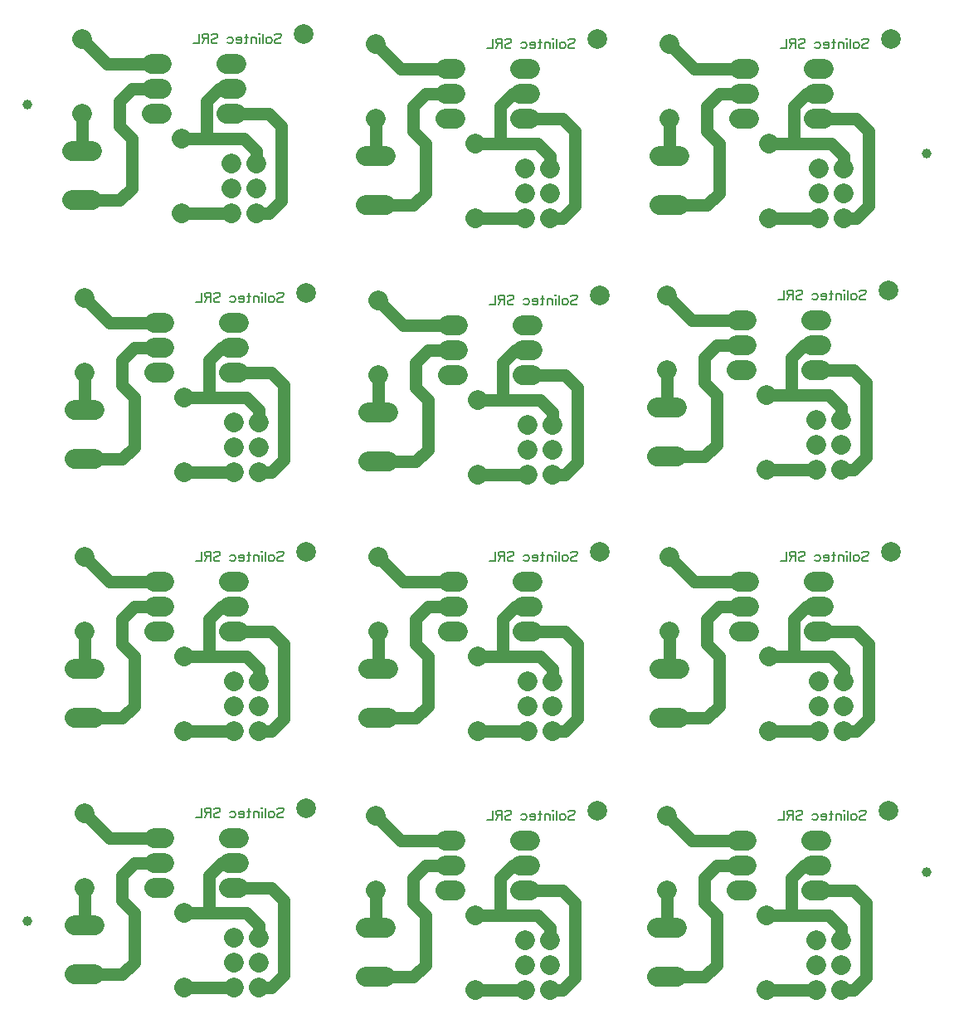
<source format=gbl>
G04 Layer: BottomLayer*
G04 EasyEDA v6.5.9, 2022-12-19 01:16:27*
G04 b9351db9c1bb4c489ec9b4c5568df8d6,5dd06754fdd742daa6fe38bf62b7df6b,10*
G04 Gerber Generator version 0.2*
G04 Scale: 100 percent, Rotated: No, Reflected: No *
G04 Dimensions in millimeters *
G04 leading zeros omitted , absolute positions ,4 integer and 5 decimal *
%FSLAX45Y45*%
%MOMM*%

%ADD10C,0.2000*%
%ADD11C,1.2700*%
%ADD12C,1.0000*%
%ADD13C,2.0000*%

%LPD*%
D10*
X2729344Y10121668D02*
G01*
X2738582Y10130904D01*
X2752435Y10135524D01*
X2770908Y10135524D01*
X2784764Y10130904D01*
X2794000Y10121668D01*
X2794000Y10112433D01*
X2789382Y10103195D01*
X2784764Y10098577D01*
X2775526Y10093960D01*
X2747817Y10084724D01*
X2738582Y10080104D01*
X2733964Y10075486D01*
X2729344Y10066251D01*
X2729344Y10052395D01*
X2738582Y10043160D01*
X2752435Y10038542D01*
X2770908Y10038542D01*
X2784764Y10043160D01*
X2794000Y10052395D01*
X2675775Y10103195D02*
G01*
X2685011Y10098577D01*
X2694246Y10089342D01*
X2698864Y10075486D01*
X2698864Y10066251D01*
X2694246Y10052395D01*
X2685011Y10043160D01*
X2675775Y10038542D01*
X2661920Y10038542D01*
X2652684Y10043160D01*
X2643446Y10052395D01*
X2638828Y10066251D01*
X2638828Y10075486D01*
X2643446Y10089342D01*
X2652684Y10098577D01*
X2661920Y10103195D01*
X2675775Y10103195D01*
X2608348Y10135524D02*
G01*
X2608348Y10038542D01*
X2577868Y10135524D02*
G01*
X2573251Y10130904D01*
X2568633Y10135524D01*
X2573251Y10140142D01*
X2577868Y10135524D01*
X2573251Y10103195D02*
G01*
X2573251Y10038542D01*
X2538153Y10103195D02*
G01*
X2538153Y10038542D01*
X2538153Y10084724D02*
G01*
X2524297Y10098577D01*
X2515062Y10103195D01*
X2501206Y10103195D01*
X2491971Y10098577D01*
X2487353Y10084724D01*
X2487353Y10038542D01*
X2443017Y10135524D02*
G01*
X2443017Y10057015D01*
X2438400Y10043160D01*
X2429164Y10038542D01*
X2419926Y10038542D01*
X2456873Y10103195D02*
G01*
X2424544Y10103195D01*
X2389446Y10075486D02*
G01*
X2334028Y10075486D01*
X2334028Y10084724D01*
X2338646Y10093960D01*
X2343264Y10098577D01*
X2352502Y10103195D01*
X2366355Y10103195D01*
X2375593Y10098577D01*
X2384828Y10089342D01*
X2389446Y10075486D01*
X2389446Y10066251D01*
X2384828Y10052395D01*
X2375593Y10043160D01*
X2366355Y10038542D01*
X2352502Y10038542D01*
X2343264Y10043160D01*
X2334028Y10052395D01*
X2248131Y10089342D02*
G01*
X2257366Y10098577D01*
X2266604Y10103195D01*
X2280457Y10103195D01*
X2289695Y10098577D01*
X2298931Y10089342D01*
X2303548Y10075486D01*
X2303548Y10066251D01*
X2298931Y10052395D01*
X2289695Y10043160D01*
X2280457Y10038542D01*
X2266604Y10038542D01*
X2257366Y10043160D01*
X2248131Y10052395D01*
X2081875Y10121668D02*
G01*
X2091113Y10130904D01*
X2104966Y10135524D01*
X2123440Y10135524D01*
X2137295Y10130904D01*
X2146531Y10121668D01*
X2146531Y10112433D01*
X2141913Y10103195D01*
X2137295Y10098577D01*
X2128057Y10093960D01*
X2100348Y10084724D01*
X2091113Y10080104D01*
X2086495Y10075486D01*
X2081875Y10066251D01*
X2081875Y10052395D01*
X2091113Y10043160D01*
X2104966Y10038542D01*
X2123440Y10038542D01*
X2137295Y10043160D01*
X2146531Y10052395D01*
X2051395Y10135524D02*
G01*
X2051395Y10038542D01*
X2051395Y10135524D02*
G01*
X2009833Y10135524D01*
X1995977Y10130904D01*
X1991360Y10126286D01*
X1986742Y10117051D01*
X1986742Y10107815D01*
X1991360Y10098577D01*
X1995977Y10093960D01*
X2009833Y10089342D01*
X2051395Y10089342D01*
X2019068Y10089342D02*
G01*
X1986742Y10038542D01*
X1956262Y10135524D02*
G01*
X1956262Y10038542D01*
X1956262Y10038542D02*
G01*
X1900844Y10038542D01*
X5726544Y10070868D02*
G01*
X5735782Y10080104D01*
X5749635Y10084724D01*
X5768108Y10084724D01*
X5781964Y10080104D01*
X5791200Y10070868D01*
X5791200Y10061633D01*
X5786582Y10052395D01*
X5781964Y10047777D01*
X5772726Y10043160D01*
X5745017Y10033924D01*
X5735782Y10029304D01*
X5731164Y10024686D01*
X5726544Y10015451D01*
X5726544Y10001595D01*
X5735782Y9992360D01*
X5749635Y9987742D01*
X5768108Y9987742D01*
X5781964Y9992360D01*
X5791200Y10001595D01*
X5672975Y10052395D02*
G01*
X5682211Y10047777D01*
X5691446Y10038542D01*
X5696064Y10024686D01*
X5696064Y10015451D01*
X5691446Y10001595D01*
X5682211Y9992360D01*
X5672975Y9987742D01*
X5659120Y9987742D01*
X5649884Y9992360D01*
X5640646Y10001595D01*
X5636028Y10015451D01*
X5636028Y10024686D01*
X5640646Y10038542D01*
X5649884Y10047777D01*
X5659120Y10052395D01*
X5672975Y10052395D01*
X5605548Y10084724D02*
G01*
X5605548Y9987742D01*
X5575068Y10084724D02*
G01*
X5570451Y10080104D01*
X5565833Y10084724D01*
X5570451Y10089342D01*
X5575068Y10084724D01*
X5570451Y10052395D02*
G01*
X5570451Y9987742D01*
X5535353Y10052395D02*
G01*
X5535353Y9987742D01*
X5535353Y10033924D02*
G01*
X5521497Y10047777D01*
X5512262Y10052395D01*
X5498406Y10052395D01*
X5489171Y10047777D01*
X5484553Y10033924D01*
X5484553Y9987742D01*
X5440217Y10084724D02*
G01*
X5440217Y10006215D01*
X5435600Y9992360D01*
X5426364Y9987742D01*
X5417126Y9987742D01*
X5454073Y10052395D02*
G01*
X5421744Y10052395D01*
X5386646Y10024686D02*
G01*
X5331228Y10024686D01*
X5331228Y10033924D01*
X5335846Y10043160D01*
X5340464Y10047777D01*
X5349702Y10052395D01*
X5363555Y10052395D01*
X5372793Y10047777D01*
X5382028Y10038542D01*
X5386646Y10024686D01*
X5386646Y10015451D01*
X5382028Y10001595D01*
X5372793Y9992360D01*
X5363555Y9987742D01*
X5349702Y9987742D01*
X5340464Y9992360D01*
X5331228Y10001595D01*
X5245331Y10038542D02*
G01*
X5254566Y10047777D01*
X5263804Y10052395D01*
X5277657Y10052395D01*
X5286895Y10047777D01*
X5296131Y10038542D01*
X5300748Y10024686D01*
X5300748Y10015451D01*
X5296131Y10001595D01*
X5286895Y9992360D01*
X5277657Y9987742D01*
X5263804Y9987742D01*
X5254566Y9992360D01*
X5245331Y10001595D01*
X5079075Y10070868D02*
G01*
X5088313Y10080104D01*
X5102166Y10084724D01*
X5120640Y10084724D01*
X5134495Y10080104D01*
X5143731Y10070868D01*
X5143731Y10061633D01*
X5139113Y10052395D01*
X5134495Y10047777D01*
X5125257Y10043160D01*
X5097548Y10033924D01*
X5088313Y10029304D01*
X5083695Y10024686D01*
X5079075Y10015451D01*
X5079075Y10001595D01*
X5088313Y9992360D01*
X5102166Y9987742D01*
X5120640Y9987742D01*
X5134495Y9992360D01*
X5143731Y10001595D01*
X5048595Y10084724D02*
G01*
X5048595Y9987742D01*
X5048595Y10084724D02*
G01*
X5007033Y10084724D01*
X4993177Y10080104D01*
X4988560Y10075486D01*
X4983942Y10066251D01*
X4983942Y10057015D01*
X4988560Y10047777D01*
X4993177Y10043160D01*
X5007033Y10038542D01*
X5048595Y10038542D01*
X5016268Y10038542D02*
G01*
X4983942Y9987742D01*
X4953462Y10084724D02*
G01*
X4953462Y9987742D01*
X4953462Y9987742D02*
G01*
X4898044Y9987742D01*
X8723744Y10070868D02*
G01*
X8732982Y10080104D01*
X8746835Y10084724D01*
X8765308Y10084724D01*
X8779164Y10080104D01*
X8788400Y10070868D01*
X8788400Y10061633D01*
X8783782Y10052395D01*
X8779164Y10047777D01*
X8769926Y10043160D01*
X8742217Y10033924D01*
X8732982Y10029304D01*
X8728364Y10024686D01*
X8723744Y10015451D01*
X8723744Y10001595D01*
X8732982Y9992360D01*
X8746835Y9987742D01*
X8765308Y9987742D01*
X8779164Y9992360D01*
X8788400Y10001595D01*
X8670175Y10052395D02*
G01*
X8679411Y10047777D01*
X8688646Y10038542D01*
X8693264Y10024686D01*
X8693264Y10015451D01*
X8688646Y10001595D01*
X8679411Y9992360D01*
X8670175Y9987742D01*
X8656320Y9987742D01*
X8647084Y9992360D01*
X8637846Y10001595D01*
X8633228Y10015451D01*
X8633228Y10024686D01*
X8637846Y10038542D01*
X8647084Y10047777D01*
X8656320Y10052395D01*
X8670175Y10052395D01*
X8602748Y10084724D02*
G01*
X8602748Y9987742D01*
X8572268Y10084724D02*
G01*
X8567651Y10080104D01*
X8563033Y10084724D01*
X8567651Y10089342D01*
X8572268Y10084724D01*
X8567651Y10052395D02*
G01*
X8567651Y9987742D01*
X8532553Y10052395D02*
G01*
X8532553Y9987742D01*
X8532553Y10033924D02*
G01*
X8518697Y10047777D01*
X8509462Y10052395D01*
X8495606Y10052395D01*
X8486371Y10047777D01*
X8481753Y10033924D01*
X8481753Y9987742D01*
X8437417Y10084724D02*
G01*
X8437417Y10006215D01*
X8432800Y9992360D01*
X8423564Y9987742D01*
X8414326Y9987742D01*
X8451273Y10052395D02*
G01*
X8418944Y10052395D01*
X8383846Y10024686D02*
G01*
X8328428Y10024686D01*
X8328428Y10033924D01*
X8333046Y10043160D01*
X8337664Y10047777D01*
X8346902Y10052395D01*
X8360755Y10052395D01*
X8369993Y10047777D01*
X8379228Y10038542D01*
X8383846Y10024686D01*
X8383846Y10015451D01*
X8379228Y10001595D01*
X8369993Y9992360D01*
X8360755Y9987742D01*
X8346902Y9987742D01*
X8337664Y9992360D01*
X8328428Y10001595D01*
X8242531Y10038542D02*
G01*
X8251766Y10047777D01*
X8261004Y10052395D01*
X8274857Y10052395D01*
X8284095Y10047777D01*
X8293331Y10038542D01*
X8297948Y10024686D01*
X8297948Y10015451D01*
X8293331Y10001595D01*
X8284095Y9992360D01*
X8274857Y9987742D01*
X8261004Y9987742D01*
X8251766Y9992360D01*
X8242531Y10001595D01*
X8076275Y10070868D02*
G01*
X8085513Y10080104D01*
X8099366Y10084724D01*
X8117840Y10084724D01*
X8131695Y10080104D01*
X8140931Y10070868D01*
X8140931Y10061633D01*
X8136313Y10052395D01*
X8131695Y10047777D01*
X8122457Y10043160D01*
X8094748Y10033924D01*
X8085513Y10029304D01*
X8080895Y10024686D01*
X8076275Y10015451D01*
X8076275Y10001595D01*
X8085513Y9992360D01*
X8099366Y9987742D01*
X8117840Y9987742D01*
X8131695Y9992360D01*
X8140931Y10001595D01*
X8045795Y10084724D02*
G01*
X8045795Y9987742D01*
X8045795Y10084724D02*
G01*
X8004233Y10084724D01*
X7990377Y10080104D01*
X7985759Y10075486D01*
X7981142Y10066251D01*
X7981142Y10057015D01*
X7985759Y10047777D01*
X7990377Y10043160D01*
X8004233Y10038542D01*
X8045795Y10038542D01*
X8013468Y10038542D02*
G01*
X7981142Y9987742D01*
X7950662Y10084724D02*
G01*
X7950662Y9987742D01*
X7950662Y9987742D02*
G01*
X7895244Y9987742D01*
X8698344Y7505468D02*
G01*
X8707582Y7514704D01*
X8721435Y7519324D01*
X8739908Y7519324D01*
X8753764Y7514704D01*
X8763000Y7505468D01*
X8763000Y7496233D01*
X8758382Y7486995D01*
X8753764Y7482377D01*
X8744526Y7477759D01*
X8716817Y7468524D01*
X8707582Y7463904D01*
X8702964Y7459286D01*
X8698344Y7450051D01*
X8698344Y7436195D01*
X8707582Y7426959D01*
X8721435Y7422342D01*
X8739908Y7422342D01*
X8753764Y7426959D01*
X8763000Y7436195D01*
X8644775Y7486995D02*
G01*
X8654011Y7482377D01*
X8663246Y7473142D01*
X8667864Y7459286D01*
X8667864Y7450051D01*
X8663246Y7436195D01*
X8654011Y7426959D01*
X8644775Y7422342D01*
X8630920Y7422342D01*
X8621684Y7426959D01*
X8612446Y7436195D01*
X8607828Y7450051D01*
X8607828Y7459286D01*
X8612446Y7473142D01*
X8621684Y7482377D01*
X8630920Y7486995D01*
X8644775Y7486995D01*
X8577348Y7519324D02*
G01*
X8577348Y7422342D01*
X8546868Y7519324D02*
G01*
X8542251Y7514704D01*
X8537633Y7519324D01*
X8542251Y7523942D01*
X8546868Y7519324D01*
X8542251Y7486995D02*
G01*
X8542251Y7422342D01*
X8507153Y7486995D02*
G01*
X8507153Y7422342D01*
X8507153Y7468524D02*
G01*
X8493297Y7482377D01*
X8484062Y7486995D01*
X8470206Y7486995D01*
X8460971Y7482377D01*
X8456353Y7468524D01*
X8456353Y7422342D01*
X8412017Y7519324D02*
G01*
X8412017Y7440815D01*
X8407400Y7426959D01*
X8398164Y7422342D01*
X8388926Y7422342D01*
X8425873Y7486995D02*
G01*
X8393544Y7486995D01*
X8358446Y7459286D02*
G01*
X8303028Y7459286D01*
X8303028Y7468524D01*
X8307646Y7477759D01*
X8312264Y7482377D01*
X8321502Y7486995D01*
X8335355Y7486995D01*
X8344593Y7482377D01*
X8353828Y7473142D01*
X8358446Y7459286D01*
X8358446Y7450051D01*
X8353828Y7436195D01*
X8344593Y7426959D01*
X8335355Y7422342D01*
X8321502Y7422342D01*
X8312264Y7426959D01*
X8303028Y7436195D01*
X8217131Y7473142D02*
G01*
X8226366Y7482377D01*
X8235604Y7486995D01*
X8249457Y7486995D01*
X8258695Y7482377D01*
X8267931Y7473142D01*
X8272548Y7459286D01*
X8272548Y7450051D01*
X8267931Y7436195D01*
X8258695Y7426959D01*
X8249457Y7422342D01*
X8235604Y7422342D01*
X8226366Y7426959D01*
X8217131Y7436195D01*
X8050875Y7505468D02*
G01*
X8060113Y7514704D01*
X8073966Y7519324D01*
X8092440Y7519324D01*
X8106295Y7514704D01*
X8115531Y7505468D01*
X8115531Y7496233D01*
X8110913Y7486995D01*
X8106295Y7482377D01*
X8097057Y7477759D01*
X8069348Y7468524D01*
X8060113Y7463904D01*
X8055495Y7459286D01*
X8050875Y7450051D01*
X8050875Y7436195D01*
X8060113Y7426959D01*
X8073966Y7422342D01*
X8092440Y7422342D01*
X8106295Y7426959D01*
X8115531Y7436195D01*
X8020395Y7519324D02*
G01*
X8020395Y7422342D01*
X8020395Y7519324D02*
G01*
X7978833Y7519324D01*
X7964977Y7514704D01*
X7960359Y7510086D01*
X7955742Y7500851D01*
X7955742Y7491615D01*
X7960359Y7482377D01*
X7964977Y7477759D01*
X7978833Y7473142D01*
X8020395Y7473142D01*
X7988068Y7473142D02*
G01*
X7955742Y7422342D01*
X7925262Y7519324D02*
G01*
X7925262Y7422342D01*
X7925262Y7422342D02*
G01*
X7869844Y7422342D01*
X5751944Y7454668D02*
G01*
X5761182Y7463904D01*
X5775035Y7468524D01*
X5793508Y7468524D01*
X5807364Y7463904D01*
X5816600Y7454668D01*
X5816600Y7445433D01*
X5811982Y7436195D01*
X5807364Y7431577D01*
X5798126Y7426959D01*
X5770417Y7417724D01*
X5761182Y7413104D01*
X5756564Y7408486D01*
X5751944Y7399251D01*
X5751944Y7385395D01*
X5761182Y7376159D01*
X5775035Y7371542D01*
X5793508Y7371542D01*
X5807364Y7376159D01*
X5816600Y7385395D01*
X5698375Y7436195D02*
G01*
X5707611Y7431577D01*
X5716846Y7422342D01*
X5721464Y7408486D01*
X5721464Y7399251D01*
X5716846Y7385395D01*
X5707611Y7376159D01*
X5698375Y7371542D01*
X5684520Y7371542D01*
X5675284Y7376159D01*
X5666046Y7385395D01*
X5661428Y7399251D01*
X5661428Y7408486D01*
X5666046Y7422342D01*
X5675284Y7431577D01*
X5684520Y7436195D01*
X5698375Y7436195D01*
X5630948Y7468524D02*
G01*
X5630948Y7371542D01*
X5600468Y7468524D02*
G01*
X5595851Y7463904D01*
X5591233Y7468524D01*
X5595851Y7473142D01*
X5600468Y7468524D01*
X5595851Y7436195D02*
G01*
X5595851Y7371542D01*
X5560753Y7436195D02*
G01*
X5560753Y7371542D01*
X5560753Y7417724D02*
G01*
X5546897Y7431577D01*
X5537662Y7436195D01*
X5523806Y7436195D01*
X5514571Y7431577D01*
X5509953Y7417724D01*
X5509953Y7371542D01*
X5465617Y7468524D02*
G01*
X5465617Y7390015D01*
X5461000Y7376159D01*
X5451764Y7371542D01*
X5442526Y7371542D01*
X5479473Y7436195D02*
G01*
X5447144Y7436195D01*
X5412046Y7408486D02*
G01*
X5356628Y7408486D01*
X5356628Y7417724D01*
X5361246Y7426959D01*
X5365864Y7431577D01*
X5375102Y7436195D01*
X5388955Y7436195D01*
X5398193Y7431577D01*
X5407428Y7422342D01*
X5412046Y7408486D01*
X5412046Y7399251D01*
X5407428Y7385395D01*
X5398193Y7376159D01*
X5388955Y7371542D01*
X5375102Y7371542D01*
X5365864Y7376159D01*
X5356628Y7385395D01*
X5270731Y7422342D02*
G01*
X5279966Y7431577D01*
X5289204Y7436195D01*
X5303057Y7436195D01*
X5312295Y7431577D01*
X5321531Y7422342D01*
X5326148Y7408486D01*
X5326148Y7399251D01*
X5321531Y7385395D01*
X5312295Y7376159D01*
X5303057Y7371542D01*
X5289204Y7371542D01*
X5279966Y7376159D01*
X5270731Y7385395D01*
X5104475Y7454668D02*
G01*
X5113713Y7463904D01*
X5127566Y7468524D01*
X5146040Y7468524D01*
X5159895Y7463904D01*
X5169131Y7454668D01*
X5169131Y7445433D01*
X5164513Y7436195D01*
X5159895Y7431577D01*
X5150657Y7426959D01*
X5122948Y7417724D01*
X5113713Y7413104D01*
X5109095Y7408486D01*
X5104475Y7399251D01*
X5104475Y7385395D01*
X5113713Y7376159D01*
X5127566Y7371542D01*
X5146040Y7371542D01*
X5159895Y7376159D01*
X5169131Y7385395D01*
X5073995Y7468524D02*
G01*
X5073995Y7371542D01*
X5073995Y7468524D02*
G01*
X5032433Y7468524D01*
X5018577Y7463904D01*
X5013960Y7459286D01*
X5009342Y7450051D01*
X5009342Y7440815D01*
X5013960Y7431577D01*
X5018577Y7426959D01*
X5032433Y7422342D01*
X5073995Y7422342D01*
X5041668Y7422342D02*
G01*
X5009342Y7371542D01*
X4978862Y7468524D02*
G01*
X4978862Y7371542D01*
X4978862Y7371542D02*
G01*
X4923444Y7371542D01*
X2754744Y7480068D02*
G01*
X2763982Y7489304D01*
X2777835Y7493924D01*
X2796308Y7493924D01*
X2810164Y7489304D01*
X2819400Y7480068D01*
X2819400Y7470833D01*
X2814782Y7461595D01*
X2810164Y7456977D01*
X2800926Y7452359D01*
X2773217Y7443124D01*
X2763982Y7438504D01*
X2759364Y7433886D01*
X2754744Y7424651D01*
X2754744Y7410795D01*
X2763982Y7401559D01*
X2777835Y7396942D01*
X2796308Y7396942D01*
X2810164Y7401559D01*
X2819400Y7410795D01*
X2701175Y7461595D02*
G01*
X2710411Y7456977D01*
X2719646Y7447742D01*
X2724264Y7433886D01*
X2724264Y7424651D01*
X2719646Y7410795D01*
X2710411Y7401559D01*
X2701175Y7396942D01*
X2687320Y7396942D01*
X2678084Y7401559D01*
X2668846Y7410795D01*
X2664228Y7424651D01*
X2664228Y7433886D01*
X2668846Y7447742D01*
X2678084Y7456977D01*
X2687320Y7461595D01*
X2701175Y7461595D01*
X2633748Y7493924D02*
G01*
X2633748Y7396942D01*
X2603268Y7493924D02*
G01*
X2598651Y7489304D01*
X2594033Y7493924D01*
X2598651Y7498542D01*
X2603268Y7493924D01*
X2598651Y7461595D02*
G01*
X2598651Y7396942D01*
X2563553Y7461595D02*
G01*
X2563553Y7396942D01*
X2563553Y7443124D02*
G01*
X2549697Y7456977D01*
X2540462Y7461595D01*
X2526606Y7461595D01*
X2517371Y7456977D01*
X2512753Y7443124D01*
X2512753Y7396942D01*
X2468417Y7493924D02*
G01*
X2468417Y7415415D01*
X2463800Y7401559D01*
X2454564Y7396942D01*
X2445326Y7396942D01*
X2482273Y7461595D02*
G01*
X2449944Y7461595D01*
X2414846Y7433886D02*
G01*
X2359428Y7433886D01*
X2359428Y7443124D01*
X2364046Y7452359D01*
X2368664Y7456977D01*
X2377902Y7461595D01*
X2391755Y7461595D01*
X2400993Y7456977D01*
X2410228Y7447742D01*
X2414846Y7433886D01*
X2414846Y7424651D01*
X2410228Y7410795D01*
X2400993Y7401559D01*
X2391755Y7396942D01*
X2377902Y7396942D01*
X2368664Y7401559D01*
X2359428Y7410795D01*
X2273531Y7447742D02*
G01*
X2282766Y7456977D01*
X2292004Y7461595D01*
X2305857Y7461595D01*
X2315095Y7456977D01*
X2324331Y7447742D01*
X2328948Y7433886D01*
X2328948Y7424651D01*
X2324331Y7410795D01*
X2315095Y7401559D01*
X2305857Y7396942D01*
X2292004Y7396942D01*
X2282766Y7401559D01*
X2273531Y7410795D01*
X2107275Y7480068D02*
G01*
X2116513Y7489304D01*
X2130366Y7493924D01*
X2148840Y7493924D01*
X2162695Y7489304D01*
X2171931Y7480068D01*
X2171931Y7470833D01*
X2167313Y7461595D01*
X2162695Y7456977D01*
X2153457Y7452359D01*
X2125748Y7443124D01*
X2116513Y7438504D01*
X2111895Y7433886D01*
X2107275Y7424651D01*
X2107275Y7410795D01*
X2116513Y7401559D01*
X2130366Y7396942D01*
X2148840Y7396942D01*
X2162695Y7401559D01*
X2171931Y7410795D01*
X2076795Y7493924D02*
G01*
X2076795Y7396942D01*
X2076795Y7493924D02*
G01*
X2035233Y7493924D01*
X2021377Y7489304D01*
X2016760Y7484686D01*
X2012142Y7475451D01*
X2012142Y7466215D01*
X2016760Y7456977D01*
X2021377Y7452359D01*
X2035233Y7447742D01*
X2076795Y7447742D01*
X2044468Y7447742D02*
G01*
X2012142Y7396942D01*
X1981662Y7493924D02*
G01*
X1981662Y7396942D01*
X1981662Y7396942D02*
G01*
X1926244Y7396942D01*
X2754744Y4838468D02*
G01*
X2763982Y4847704D01*
X2777835Y4852324D01*
X2796308Y4852324D01*
X2810164Y4847704D01*
X2819400Y4838468D01*
X2819400Y4829233D01*
X2814782Y4819995D01*
X2810164Y4815377D01*
X2800926Y4810760D01*
X2773217Y4801524D01*
X2763982Y4796904D01*
X2759364Y4792286D01*
X2754744Y4783051D01*
X2754744Y4769195D01*
X2763982Y4759960D01*
X2777835Y4755342D01*
X2796308Y4755342D01*
X2810164Y4759960D01*
X2819400Y4769195D01*
X2701175Y4819995D02*
G01*
X2710411Y4815377D01*
X2719646Y4806142D01*
X2724264Y4792286D01*
X2724264Y4783051D01*
X2719646Y4769195D01*
X2710411Y4759960D01*
X2701175Y4755342D01*
X2687320Y4755342D01*
X2678084Y4759960D01*
X2668846Y4769195D01*
X2664228Y4783051D01*
X2664228Y4792286D01*
X2668846Y4806142D01*
X2678084Y4815377D01*
X2687320Y4819995D01*
X2701175Y4819995D01*
X2633748Y4852324D02*
G01*
X2633748Y4755342D01*
X2603268Y4852324D02*
G01*
X2598651Y4847704D01*
X2594033Y4852324D01*
X2598651Y4856942D01*
X2603268Y4852324D01*
X2598651Y4819995D02*
G01*
X2598651Y4755342D01*
X2563553Y4819995D02*
G01*
X2563553Y4755342D01*
X2563553Y4801524D02*
G01*
X2549697Y4815377D01*
X2540462Y4819995D01*
X2526606Y4819995D01*
X2517371Y4815377D01*
X2512753Y4801524D01*
X2512753Y4755342D01*
X2468417Y4852324D02*
G01*
X2468417Y4773815D01*
X2463800Y4759960D01*
X2454564Y4755342D01*
X2445326Y4755342D01*
X2482273Y4819995D02*
G01*
X2449944Y4819995D01*
X2414846Y4792286D02*
G01*
X2359428Y4792286D01*
X2359428Y4801524D01*
X2364046Y4810760D01*
X2368664Y4815377D01*
X2377902Y4819995D01*
X2391755Y4819995D01*
X2400993Y4815377D01*
X2410228Y4806142D01*
X2414846Y4792286D01*
X2414846Y4783051D01*
X2410228Y4769195D01*
X2400993Y4759960D01*
X2391755Y4755342D01*
X2377902Y4755342D01*
X2368664Y4759960D01*
X2359428Y4769195D01*
X2273531Y4806142D02*
G01*
X2282766Y4815377D01*
X2292004Y4819995D01*
X2305857Y4819995D01*
X2315095Y4815377D01*
X2324331Y4806142D01*
X2328948Y4792286D01*
X2328948Y4783051D01*
X2324331Y4769195D01*
X2315095Y4759960D01*
X2305857Y4755342D01*
X2292004Y4755342D01*
X2282766Y4759960D01*
X2273531Y4769195D01*
X2107275Y4838468D02*
G01*
X2116513Y4847704D01*
X2130366Y4852324D01*
X2148840Y4852324D01*
X2162695Y4847704D01*
X2171931Y4838468D01*
X2171931Y4829233D01*
X2167313Y4819995D01*
X2162695Y4815377D01*
X2153457Y4810760D01*
X2125748Y4801524D01*
X2116513Y4796904D01*
X2111895Y4792286D01*
X2107275Y4783051D01*
X2107275Y4769195D01*
X2116513Y4759960D01*
X2130366Y4755342D01*
X2148840Y4755342D01*
X2162695Y4759960D01*
X2171931Y4769195D01*
X2076795Y4852324D02*
G01*
X2076795Y4755342D01*
X2076795Y4852324D02*
G01*
X2035233Y4852324D01*
X2021377Y4847704D01*
X2016760Y4843086D01*
X2012142Y4833851D01*
X2012142Y4824615D01*
X2016760Y4815377D01*
X2021377Y4810760D01*
X2035233Y4806142D01*
X2076795Y4806142D01*
X2044468Y4806142D02*
G01*
X2012142Y4755342D01*
X1981662Y4852324D02*
G01*
X1981662Y4755342D01*
X1981662Y4755342D02*
G01*
X1926244Y4755342D01*
X5751944Y4838468D02*
G01*
X5761182Y4847704D01*
X5775035Y4852324D01*
X5793508Y4852324D01*
X5807364Y4847704D01*
X5816600Y4838468D01*
X5816600Y4829233D01*
X5811982Y4819995D01*
X5807364Y4815377D01*
X5798126Y4810760D01*
X5770417Y4801524D01*
X5761182Y4796904D01*
X5756564Y4792286D01*
X5751944Y4783051D01*
X5751944Y4769195D01*
X5761182Y4759960D01*
X5775035Y4755342D01*
X5793508Y4755342D01*
X5807364Y4759960D01*
X5816600Y4769195D01*
X5698375Y4819995D02*
G01*
X5707611Y4815377D01*
X5716846Y4806142D01*
X5721464Y4792286D01*
X5721464Y4783051D01*
X5716846Y4769195D01*
X5707611Y4759960D01*
X5698375Y4755342D01*
X5684520Y4755342D01*
X5675284Y4759960D01*
X5666046Y4769195D01*
X5661428Y4783051D01*
X5661428Y4792286D01*
X5666046Y4806142D01*
X5675284Y4815377D01*
X5684520Y4819995D01*
X5698375Y4819995D01*
X5630948Y4852324D02*
G01*
X5630948Y4755342D01*
X5600468Y4852324D02*
G01*
X5595851Y4847704D01*
X5591233Y4852324D01*
X5595851Y4856942D01*
X5600468Y4852324D01*
X5595851Y4819995D02*
G01*
X5595851Y4755342D01*
X5560753Y4819995D02*
G01*
X5560753Y4755342D01*
X5560753Y4801524D02*
G01*
X5546897Y4815377D01*
X5537662Y4819995D01*
X5523806Y4819995D01*
X5514571Y4815377D01*
X5509953Y4801524D01*
X5509953Y4755342D01*
X5465617Y4852324D02*
G01*
X5465617Y4773815D01*
X5461000Y4759960D01*
X5451764Y4755342D01*
X5442526Y4755342D01*
X5479473Y4819995D02*
G01*
X5447144Y4819995D01*
X5412046Y4792286D02*
G01*
X5356628Y4792286D01*
X5356628Y4801524D01*
X5361246Y4810760D01*
X5365864Y4815377D01*
X5375102Y4819995D01*
X5388955Y4819995D01*
X5398193Y4815377D01*
X5407428Y4806142D01*
X5412046Y4792286D01*
X5412046Y4783051D01*
X5407428Y4769195D01*
X5398193Y4759960D01*
X5388955Y4755342D01*
X5375102Y4755342D01*
X5365864Y4759960D01*
X5356628Y4769195D01*
X5270731Y4806142D02*
G01*
X5279966Y4815377D01*
X5289204Y4819995D01*
X5303057Y4819995D01*
X5312295Y4815377D01*
X5321531Y4806142D01*
X5326148Y4792286D01*
X5326148Y4783051D01*
X5321531Y4769195D01*
X5312295Y4759960D01*
X5303057Y4755342D01*
X5289204Y4755342D01*
X5279966Y4759960D01*
X5270731Y4769195D01*
X5104475Y4838468D02*
G01*
X5113713Y4847704D01*
X5127566Y4852324D01*
X5146040Y4852324D01*
X5159895Y4847704D01*
X5169131Y4838468D01*
X5169131Y4829233D01*
X5164513Y4819995D01*
X5159895Y4815377D01*
X5150657Y4810760D01*
X5122948Y4801524D01*
X5113713Y4796904D01*
X5109095Y4792286D01*
X5104475Y4783051D01*
X5104475Y4769195D01*
X5113713Y4759960D01*
X5127566Y4755342D01*
X5146040Y4755342D01*
X5159895Y4759960D01*
X5169131Y4769195D01*
X5073995Y4852324D02*
G01*
X5073995Y4755342D01*
X5073995Y4852324D02*
G01*
X5032433Y4852324D01*
X5018577Y4847704D01*
X5013960Y4843086D01*
X5009342Y4833851D01*
X5009342Y4824615D01*
X5013960Y4815377D01*
X5018577Y4810760D01*
X5032433Y4806142D01*
X5073995Y4806142D01*
X5041668Y4806142D02*
G01*
X5009342Y4755342D01*
X4978862Y4852324D02*
G01*
X4978862Y4755342D01*
X4978862Y4755342D02*
G01*
X4923444Y4755342D01*
X8723744Y4838468D02*
G01*
X8732982Y4847704D01*
X8746835Y4852324D01*
X8765308Y4852324D01*
X8779164Y4847704D01*
X8788400Y4838468D01*
X8788400Y4829233D01*
X8783782Y4819995D01*
X8779164Y4815377D01*
X8769926Y4810760D01*
X8742217Y4801524D01*
X8732982Y4796904D01*
X8728364Y4792286D01*
X8723744Y4783051D01*
X8723744Y4769195D01*
X8732982Y4759960D01*
X8746835Y4755342D01*
X8765308Y4755342D01*
X8779164Y4759960D01*
X8788400Y4769195D01*
X8670175Y4819995D02*
G01*
X8679411Y4815377D01*
X8688646Y4806142D01*
X8693264Y4792286D01*
X8693264Y4783051D01*
X8688646Y4769195D01*
X8679411Y4759960D01*
X8670175Y4755342D01*
X8656320Y4755342D01*
X8647084Y4759960D01*
X8637846Y4769195D01*
X8633228Y4783051D01*
X8633228Y4792286D01*
X8637846Y4806142D01*
X8647084Y4815377D01*
X8656320Y4819995D01*
X8670175Y4819995D01*
X8602748Y4852324D02*
G01*
X8602748Y4755342D01*
X8572268Y4852324D02*
G01*
X8567651Y4847704D01*
X8563033Y4852324D01*
X8567651Y4856942D01*
X8572268Y4852324D01*
X8567651Y4819995D02*
G01*
X8567651Y4755342D01*
X8532553Y4819995D02*
G01*
X8532553Y4755342D01*
X8532553Y4801524D02*
G01*
X8518697Y4815377D01*
X8509462Y4819995D01*
X8495606Y4819995D01*
X8486371Y4815377D01*
X8481753Y4801524D01*
X8481753Y4755342D01*
X8437417Y4852324D02*
G01*
X8437417Y4773815D01*
X8432800Y4759960D01*
X8423564Y4755342D01*
X8414326Y4755342D01*
X8451273Y4819995D02*
G01*
X8418944Y4819995D01*
X8383846Y4792286D02*
G01*
X8328428Y4792286D01*
X8328428Y4801524D01*
X8333046Y4810760D01*
X8337664Y4815377D01*
X8346902Y4819995D01*
X8360755Y4819995D01*
X8369993Y4815377D01*
X8379228Y4806142D01*
X8383846Y4792286D01*
X8383846Y4783051D01*
X8379228Y4769195D01*
X8369993Y4759960D01*
X8360755Y4755342D01*
X8346902Y4755342D01*
X8337664Y4759960D01*
X8328428Y4769195D01*
X8242531Y4806142D02*
G01*
X8251766Y4815377D01*
X8261004Y4819995D01*
X8274857Y4819995D01*
X8284095Y4815377D01*
X8293331Y4806142D01*
X8297948Y4792286D01*
X8297948Y4783051D01*
X8293331Y4769195D01*
X8284095Y4759960D01*
X8274857Y4755342D01*
X8261004Y4755342D01*
X8251766Y4759960D01*
X8242531Y4769195D01*
X8076275Y4838468D02*
G01*
X8085513Y4847704D01*
X8099366Y4852324D01*
X8117840Y4852324D01*
X8131695Y4847704D01*
X8140931Y4838468D01*
X8140931Y4829233D01*
X8136313Y4819995D01*
X8131695Y4815377D01*
X8122457Y4810760D01*
X8094748Y4801524D01*
X8085513Y4796904D01*
X8080895Y4792286D01*
X8076275Y4783051D01*
X8076275Y4769195D01*
X8085513Y4759960D01*
X8099366Y4755342D01*
X8117840Y4755342D01*
X8131695Y4759960D01*
X8140931Y4769195D01*
X8045795Y4852324D02*
G01*
X8045795Y4755342D01*
X8045795Y4852324D02*
G01*
X8004233Y4852324D01*
X7990377Y4847704D01*
X7985759Y4843086D01*
X7981142Y4833851D01*
X7981142Y4824615D01*
X7985759Y4815377D01*
X7990377Y4810760D01*
X8004233Y4806142D01*
X8045795Y4806142D01*
X8013468Y4806142D02*
G01*
X7981142Y4755342D01*
X7950662Y4852324D02*
G01*
X7950662Y4755342D01*
X7950662Y4755342D02*
G01*
X7895244Y4755342D01*
X8698344Y2196868D02*
G01*
X8707582Y2206104D01*
X8721435Y2210724D01*
X8739908Y2210724D01*
X8753764Y2206104D01*
X8763000Y2196868D01*
X8763000Y2187633D01*
X8758382Y2178395D01*
X8753764Y2173777D01*
X8744526Y2169160D01*
X8716817Y2159924D01*
X8707582Y2155304D01*
X8702964Y2150686D01*
X8698344Y2141451D01*
X8698344Y2127595D01*
X8707582Y2118360D01*
X8721435Y2113742D01*
X8739908Y2113742D01*
X8753764Y2118360D01*
X8763000Y2127595D01*
X8644775Y2178395D02*
G01*
X8654011Y2173777D01*
X8663246Y2164542D01*
X8667864Y2150686D01*
X8667864Y2141451D01*
X8663246Y2127595D01*
X8654011Y2118360D01*
X8644775Y2113742D01*
X8630920Y2113742D01*
X8621684Y2118360D01*
X8612446Y2127595D01*
X8607828Y2141451D01*
X8607828Y2150686D01*
X8612446Y2164542D01*
X8621684Y2173777D01*
X8630920Y2178395D01*
X8644775Y2178395D01*
X8577348Y2210724D02*
G01*
X8577348Y2113742D01*
X8546868Y2210724D02*
G01*
X8542251Y2206104D01*
X8537633Y2210724D01*
X8542251Y2215342D01*
X8546868Y2210724D01*
X8542251Y2178395D02*
G01*
X8542251Y2113742D01*
X8507153Y2178395D02*
G01*
X8507153Y2113742D01*
X8507153Y2159924D02*
G01*
X8493297Y2173777D01*
X8484062Y2178395D01*
X8470206Y2178395D01*
X8460971Y2173777D01*
X8456353Y2159924D01*
X8456353Y2113742D01*
X8412017Y2210724D02*
G01*
X8412017Y2132215D01*
X8407400Y2118360D01*
X8398164Y2113742D01*
X8388926Y2113742D01*
X8425873Y2178395D02*
G01*
X8393544Y2178395D01*
X8358446Y2150686D02*
G01*
X8303028Y2150686D01*
X8303028Y2159924D01*
X8307646Y2169160D01*
X8312264Y2173777D01*
X8321502Y2178395D01*
X8335355Y2178395D01*
X8344593Y2173777D01*
X8353828Y2164542D01*
X8358446Y2150686D01*
X8358446Y2141451D01*
X8353828Y2127595D01*
X8344593Y2118360D01*
X8335355Y2113742D01*
X8321502Y2113742D01*
X8312264Y2118360D01*
X8303028Y2127595D01*
X8217131Y2164542D02*
G01*
X8226366Y2173777D01*
X8235604Y2178395D01*
X8249457Y2178395D01*
X8258695Y2173777D01*
X8267931Y2164542D01*
X8272548Y2150686D01*
X8272548Y2141451D01*
X8267931Y2127595D01*
X8258695Y2118360D01*
X8249457Y2113742D01*
X8235604Y2113742D01*
X8226366Y2118360D01*
X8217131Y2127595D01*
X8050875Y2196868D02*
G01*
X8060113Y2206104D01*
X8073966Y2210724D01*
X8092440Y2210724D01*
X8106295Y2206104D01*
X8115531Y2196868D01*
X8115531Y2187633D01*
X8110913Y2178395D01*
X8106295Y2173777D01*
X8097057Y2169160D01*
X8069348Y2159924D01*
X8060113Y2155304D01*
X8055495Y2150686D01*
X8050875Y2141451D01*
X8050875Y2127595D01*
X8060113Y2118360D01*
X8073966Y2113742D01*
X8092440Y2113742D01*
X8106295Y2118360D01*
X8115531Y2127595D01*
X8020395Y2210724D02*
G01*
X8020395Y2113742D01*
X8020395Y2210724D02*
G01*
X7978833Y2210724D01*
X7964977Y2206104D01*
X7960359Y2201486D01*
X7955742Y2192251D01*
X7955742Y2183015D01*
X7960359Y2173777D01*
X7964977Y2169160D01*
X7978833Y2164542D01*
X8020395Y2164542D01*
X7988068Y2164542D02*
G01*
X7955742Y2113742D01*
X7925262Y2210724D02*
G01*
X7925262Y2113742D01*
X7925262Y2113742D02*
G01*
X7869844Y2113742D01*
X5726544Y2196868D02*
G01*
X5735782Y2206104D01*
X5749635Y2210724D01*
X5768108Y2210724D01*
X5781964Y2206104D01*
X5791200Y2196868D01*
X5791200Y2187633D01*
X5786582Y2178395D01*
X5781964Y2173777D01*
X5772726Y2169160D01*
X5745017Y2159924D01*
X5735782Y2155304D01*
X5731164Y2150686D01*
X5726544Y2141451D01*
X5726544Y2127595D01*
X5735782Y2118360D01*
X5749635Y2113742D01*
X5768108Y2113742D01*
X5781964Y2118360D01*
X5791200Y2127595D01*
X5672975Y2178395D02*
G01*
X5682211Y2173777D01*
X5691446Y2164542D01*
X5696064Y2150686D01*
X5696064Y2141451D01*
X5691446Y2127595D01*
X5682211Y2118360D01*
X5672975Y2113742D01*
X5659120Y2113742D01*
X5649884Y2118360D01*
X5640646Y2127595D01*
X5636028Y2141451D01*
X5636028Y2150686D01*
X5640646Y2164542D01*
X5649884Y2173777D01*
X5659120Y2178395D01*
X5672975Y2178395D01*
X5605548Y2210724D02*
G01*
X5605548Y2113742D01*
X5575068Y2210724D02*
G01*
X5570451Y2206104D01*
X5565833Y2210724D01*
X5570451Y2215342D01*
X5575068Y2210724D01*
X5570451Y2178395D02*
G01*
X5570451Y2113742D01*
X5535353Y2178395D02*
G01*
X5535353Y2113742D01*
X5535353Y2159924D02*
G01*
X5521497Y2173777D01*
X5512262Y2178395D01*
X5498406Y2178395D01*
X5489171Y2173777D01*
X5484553Y2159924D01*
X5484553Y2113742D01*
X5440217Y2210724D02*
G01*
X5440217Y2132215D01*
X5435600Y2118360D01*
X5426364Y2113742D01*
X5417126Y2113742D01*
X5454073Y2178395D02*
G01*
X5421744Y2178395D01*
X5386646Y2150686D02*
G01*
X5331228Y2150686D01*
X5331228Y2159924D01*
X5335846Y2169160D01*
X5340464Y2173777D01*
X5349702Y2178395D01*
X5363555Y2178395D01*
X5372793Y2173777D01*
X5382028Y2164542D01*
X5386646Y2150686D01*
X5386646Y2141451D01*
X5382028Y2127595D01*
X5372793Y2118360D01*
X5363555Y2113742D01*
X5349702Y2113742D01*
X5340464Y2118360D01*
X5331228Y2127595D01*
X5245331Y2164542D02*
G01*
X5254566Y2173777D01*
X5263804Y2178395D01*
X5277657Y2178395D01*
X5286895Y2173777D01*
X5296131Y2164542D01*
X5300748Y2150686D01*
X5300748Y2141451D01*
X5296131Y2127595D01*
X5286895Y2118360D01*
X5277657Y2113742D01*
X5263804Y2113742D01*
X5254566Y2118360D01*
X5245331Y2127595D01*
X5079075Y2196868D02*
G01*
X5088313Y2206104D01*
X5102166Y2210724D01*
X5120640Y2210724D01*
X5134495Y2206104D01*
X5143731Y2196868D01*
X5143731Y2187633D01*
X5139113Y2178395D01*
X5134495Y2173777D01*
X5125257Y2169160D01*
X5097548Y2159924D01*
X5088313Y2155304D01*
X5083695Y2150686D01*
X5079075Y2141451D01*
X5079075Y2127595D01*
X5088313Y2118360D01*
X5102166Y2113742D01*
X5120640Y2113742D01*
X5134495Y2118360D01*
X5143731Y2127595D01*
X5048595Y2210724D02*
G01*
X5048595Y2113742D01*
X5048595Y2210724D02*
G01*
X5007033Y2210724D01*
X4993177Y2206104D01*
X4988560Y2201486D01*
X4983942Y2192251D01*
X4983942Y2183015D01*
X4988560Y2173777D01*
X4993177Y2169160D01*
X5007033Y2164542D01*
X5048595Y2164542D01*
X5016268Y2164542D02*
G01*
X4983942Y2113742D01*
X4953462Y2210724D02*
G01*
X4953462Y2113742D01*
X4953462Y2113742D02*
G01*
X4898044Y2113742D01*
X2754744Y2222268D02*
G01*
X2763982Y2231504D01*
X2777835Y2236124D01*
X2796308Y2236124D01*
X2810164Y2231504D01*
X2819400Y2222268D01*
X2819400Y2213033D01*
X2814782Y2203795D01*
X2810164Y2199177D01*
X2800926Y2194560D01*
X2773217Y2185324D01*
X2763982Y2180704D01*
X2759364Y2176086D01*
X2754744Y2166851D01*
X2754744Y2152995D01*
X2763982Y2143760D01*
X2777835Y2139142D01*
X2796308Y2139142D01*
X2810164Y2143760D01*
X2819400Y2152995D01*
X2701175Y2203795D02*
G01*
X2710411Y2199177D01*
X2719646Y2189942D01*
X2724264Y2176086D01*
X2724264Y2166851D01*
X2719646Y2152995D01*
X2710411Y2143760D01*
X2701175Y2139142D01*
X2687320Y2139142D01*
X2678084Y2143760D01*
X2668846Y2152995D01*
X2664228Y2166851D01*
X2664228Y2176086D01*
X2668846Y2189942D01*
X2678084Y2199177D01*
X2687320Y2203795D01*
X2701175Y2203795D01*
X2633748Y2236124D02*
G01*
X2633748Y2139142D01*
X2603268Y2236124D02*
G01*
X2598651Y2231504D01*
X2594033Y2236124D01*
X2598651Y2240742D01*
X2603268Y2236124D01*
X2598651Y2203795D02*
G01*
X2598651Y2139142D01*
X2563553Y2203795D02*
G01*
X2563553Y2139142D01*
X2563553Y2185324D02*
G01*
X2549697Y2199177D01*
X2540462Y2203795D01*
X2526606Y2203795D01*
X2517371Y2199177D01*
X2512753Y2185324D01*
X2512753Y2139142D01*
X2468417Y2236124D02*
G01*
X2468417Y2157615D01*
X2463800Y2143760D01*
X2454564Y2139142D01*
X2445326Y2139142D01*
X2482273Y2203795D02*
G01*
X2449944Y2203795D01*
X2414846Y2176086D02*
G01*
X2359428Y2176086D01*
X2359428Y2185324D01*
X2364046Y2194560D01*
X2368664Y2199177D01*
X2377902Y2203795D01*
X2391755Y2203795D01*
X2400993Y2199177D01*
X2410228Y2189942D01*
X2414846Y2176086D01*
X2414846Y2166851D01*
X2410228Y2152995D01*
X2400993Y2143760D01*
X2391755Y2139142D01*
X2377902Y2139142D01*
X2368664Y2143760D01*
X2359428Y2152995D01*
X2273531Y2189942D02*
G01*
X2282766Y2199177D01*
X2292004Y2203795D01*
X2305857Y2203795D01*
X2315095Y2199177D01*
X2324331Y2189942D01*
X2328948Y2176086D01*
X2328948Y2166851D01*
X2324331Y2152995D01*
X2315095Y2143760D01*
X2305857Y2139142D01*
X2292004Y2139142D01*
X2282766Y2143760D01*
X2273531Y2152995D01*
X2107275Y2222268D02*
G01*
X2116513Y2231504D01*
X2130366Y2236124D01*
X2148840Y2236124D01*
X2162695Y2231504D01*
X2171931Y2222268D01*
X2171931Y2213033D01*
X2167313Y2203795D01*
X2162695Y2199177D01*
X2153457Y2194560D01*
X2125748Y2185324D01*
X2116513Y2180704D01*
X2111895Y2176086D01*
X2107275Y2166851D01*
X2107275Y2152995D01*
X2116513Y2143760D01*
X2130366Y2139142D01*
X2148840Y2139142D01*
X2162695Y2143760D01*
X2171931Y2152995D01*
X2076795Y2236124D02*
G01*
X2076795Y2139142D01*
X2076795Y2236124D02*
G01*
X2035233Y2236124D01*
X2021377Y2231504D01*
X2016760Y2226886D01*
X2012142Y2217651D01*
X2012142Y2208415D01*
X2016760Y2199177D01*
X2021377Y2194560D01*
X2035233Y2189942D01*
X2076795Y2189942D01*
X2044468Y2189942D02*
G01*
X2012142Y2139142D01*
X1981662Y2236124D02*
G01*
X1981662Y2139142D01*
X1981662Y2139142D02*
G01*
X1926244Y2139142D01*
D11*
X2311400Y1422400D02*
G01*
X2692400Y1422400D01*
X2819400Y1295400D01*
X2819400Y533400D01*
X2692400Y406400D01*
X2565400Y406400D01*
X1549400Y1930400D02*
G01*
X1041400Y1930400D01*
X787400Y2184400D01*
X2565400Y914400D02*
G01*
X2565400Y1041400D01*
X2438400Y1168400D01*
X2057400Y1168400D01*
X1803400Y1168400D01*
X787400Y535940D02*
G01*
X1170940Y535940D01*
X1295400Y660400D01*
X1295400Y1168400D01*
X1168400Y1295400D01*
X1168400Y1549400D01*
X1295400Y1676400D01*
X1549400Y1676400D01*
X2311400Y1676400D02*
G01*
X2184400Y1676400D01*
X2057400Y1549400D01*
X2057400Y1168400D01*
X2311400Y406400D02*
G01*
X1803400Y406400D01*
X787400Y1038860D02*
G01*
X787400Y1422400D01*
X5283200Y1397000D02*
G01*
X5664200Y1397000D01*
X5791200Y1270000D01*
X5791200Y508000D01*
X5664200Y381000D01*
X5537200Y381000D01*
X4521200Y1905000D02*
G01*
X4013200Y1905000D01*
X3759200Y2159000D01*
X5537200Y889000D02*
G01*
X5537200Y1016000D01*
X5410200Y1143000D01*
X5029200Y1143000D01*
X4775200Y1143000D01*
X3759200Y510540D02*
G01*
X4142740Y510540D01*
X4267200Y635000D01*
X4267200Y1143000D01*
X4140200Y1270000D01*
X4140200Y1524000D01*
X4267200Y1651000D01*
X4521200Y1651000D01*
X5283200Y1651000D02*
G01*
X5156200Y1651000D01*
X5029200Y1524000D01*
X5029200Y1143000D01*
X5283200Y381000D02*
G01*
X4775200Y381000D01*
X3759200Y1013460D02*
G01*
X3759200Y1397000D01*
X8255000Y1397000D02*
G01*
X8636000Y1397000D01*
X8763000Y1270000D01*
X8763000Y508000D01*
X8636000Y381000D01*
X8509000Y381000D01*
X7493000Y1905000D02*
G01*
X6985000Y1905000D01*
X6731000Y2159000D01*
X8509000Y889000D02*
G01*
X8509000Y1016000D01*
X8382000Y1143000D01*
X8001000Y1143000D01*
X7747000Y1143000D01*
X6731000Y510540D02*
G01*
X7114540Y510540D01*
X7239000Y635000D01*
X7239000Y1143000D01*
X7112000Y1270000D01*
X7112000Y1524000D01*
X7239000Y1651000D01*
X7493000Y1651000D01*
X8255000Y1651000D02*
G01*
X8128000Y1651000D01*
X8001000Y1524000D01*
X8001000Y1143000D01*
X8255000Y381000D02*
G01*
X7747000Y381000D01*
X6731000Y1013460D02*
G01*
X6731000Y1397000D01*
X8280400Y4038600D02*
G01*
X8661400Y4038600D01*
X8788400Y3911600D01*
X8788400Y3149600D01*
X8661400Y3022600D01*
X8534400Y3022600D01*
X7518400Y4546600D02*
G01*
X7010400Y4546600D01*
X6756400Y4800600D01*
X8534400Y3530600D02*
G01*
X8534400Y3657600D01*
X8407400Y3784600D01*
X8026400Y3784600D01*
X7772400Y3784600D01*
X6756400Y3152140D02*
G01*
X7139940Y3152140D01*
X7264400Y3276600D01*
X7264400Y3784600D01*
X7137400Y3911600D01*
X7137400Y4165600D01*
X7264400Y4292600D01*
X7518400Y4292600D01*
X8280400Y4292600D02*
G01*
X8153400Y4292600D01*
X8026400Y4165600D01*
X8026400Y3784600D01*
X8280400Y3022600D02*
G01*
X7772400Y3022600D01*
X6756400Y3655060D02*
G01*
X6756400Y4038600D01*
X5308600Y4038600D02*
G01*
X5689600Y4038600D01*
X5816600Y3911600D01*
X5816600Y3149600D01*
X5689600Y3022600D01*
X5562600Y3022600D01*
X4546600Y4546600D02*
G01*
X4038600Y4546600D01*
X3784600Y4800600D01*
X5562600Y3530600D02*
G01*
X5562600Y3657600D01*
X5435600Y3784600D01*
X5054600Y3784600D01*
X4800600Y3784600D01*
X3784600Y3152140D02*
G01*
X4168140Y3152140D01*
X4292600Y3276600D01*
X4292600Y3784600D01*
X4165600Y3911600D01*
X4165600Y4165600D01*
X4292600Y4292600D01*
X4546600Y4292600D01*
X5308600Y4292600D02*
G01*
X5181600Y4292600D01*
X5054600Y4165600D01*
X5054600Y3784600D01*
X5308600Y3022600D02*
G01*
X4800600Y3022600D01*
X3784600Y3655060D02*
G01*
X3784600Y4038600D01*
X2311400Y4038600D02*
G01*
X2692400Y4038600D01*
X2819400Y3911600D01*
X2819400Y3149600D01*
X2692400Y3022600D01*
X2565400Y3022600D01*
X1549400Y4546600D02*
G01*
X1041400Y4546600D01*
X787400Y4800600D01*
X2565400Y3530600D02*
G01*
X2565400Y3657600D01*
X2438400Y3784600D01*
X2057400Y3784600D01*
X1803400Y3784600D01*
X787400Y3152140D02*
G01*
X1170940Y3152140D01*
X1295400Y3276600D01*
X1295400Y3784600D01*
X1168400Y3911600D01*
X1168400Y4165600D01*
X1295400Y4292600D01*
X1549400Y4292600D01*
X2311400Y4292600D02*
G01*
X2184400Y4292600D01*
X2057400Y4165600D01*
X2057400Y3784600D01*
X2311400Y3022600D02*
G01*
X1803400Y3022600D01*
X787400Y3655060D02*
G01*
X787400Y4038600D01*
X2311400Y6680200D02*
G01*
X2692400Y6680200D01*
X2819400Y6553200D01*
X2819400Y5791200D01*
X2692400Y5664200D01*
X2565400Y5664200D01*
X1549400Y7188200D02*
G01*
X1041400Y7188200D01*
X787400Y7442200D01*
X2565400Y6172200D02*
G01*
X2565400Y6299200D01*
X2438400Y6426200D01*
X2057400Y6426200D01*
X1803400Y6426200D01*
X787400Y5793740D02*
G01*
X1170940Y5793740D01*
X1295400Y5918200D01*
X1295400Y6426200D01*
X1168400Y6553200D01*
X1168400Y6807200D01*
X1295400Y6934200D01*
X1549400Y6934200D01*
X2311400Y6934200D02*
G01*
X2184400Y6934200D01*
X2057400Y6807200D01*
X2057400Y6426200D01*
X2311400Y5664200D02*
G01*
X1803400Y5664200D01*
X787400Y6296660D02*
G01*
X787400Y6680200D01*
X5308600Y6654800D02*
G01*
X5689600Y6654800D01*
X5816600Y6527800D01*
X5816600Y5765800D01*
X5689600Y5638800D01*
X5562600Y5638800D01*
X4546600Y7162800D02*
G01*
X4038600Y7162800D01*
X3784600Y7416800D01*
X5562600Y6146800D02*
G01*
X5562600Y6273800D01*
X5435600Y6400800D01*
X5054600Y6400800D01*
X4800600Y6400800D01*
X3784600Y5768340D02*
G01*
X4168140Y5768340D01*
X4292600Y5892800D01*
X4292600Y6400800D01*
X4165600Y6527800D01*
X4165600Y6781800D01*
X4292600Y6908800D01*
X4546600Y6908800D01*
X5308600Y6908800D02*
G01*
X5181600Y6908800D01*
X5054600Y6781800D01*
X5054600Y6400800D01*
X5308600Y5638800D02*
G01*
X4800600Y5638800D01*
X3784600Y6271260D02*
G01*
X3784600Y6654800D01*
X8255000Y6705600D02*
G01*
X8636000Y6705600D01*
X8763000Y6578600D01*
X8763000Y5816600D01*
X8636000Y5689600D01*
X8509000Y5689600D01*
X7493000Y7213600D02*
G01*
X6985000Y7213600D01*
X6731000Y7467600D01*
X8509000Y6197600D02*
G01*
X8509000Y6324600D01*
X8382000Y6451600D01*
X8001000Y6451600D01*
X7747000Y6451600D01*
X6731000Y5819140D02*
G01*
X7114540Y5819140D01*
X7239000Y5943600D01*
X7239000Y6451600D01*
X7112000Y6578600D01*
X7112000Y6832600D01*
X7239000Y6959600D01*
X7493000Y6959600D01*
X8255000Y6959600D02*
G01*
X8128000Y6959600D01*
X8001000Y6832600D01*
X8001000Y6451600D01*
X8255000Y5689600D02*
G01*
X7747000Y5689600D01*
X6731000Y6322060D02*
G01*
X6731000Y6705600D01*
X8280400Y9271000D02*
G01*
X8661400Y9271000D01*
X8788400Y9144000D01*
X8788400Y8382000D01*
X8661400Y8255000D01*
X8534400Y8255000D01*
X7518400Y9779000D02*
G01*
X7010400Y9779000D01*
X6756400Y10033000D01*
X8534400Y8763000D02*
G01*
X8534400Y8890000D01*
X8407400Y9017000D01*
X8026400Y9017000D01*
X7772400Y9017000D01*
X6756400Y8384540D02*
G01*
X7139940Y8384540D01*
X7264400Y8509000D01*
X7264400Y9017000D01*
X7137400Y9144000D01*
X7137400Y9398000D01*
X7264400Y9525000D01*
X7518400Y9525000D01*
X8280400Y9525000D02*
G01*
X8153400Y9525000D01*
X8026400Y9398000D01*
X8026400Y9017000D01*
X8280400Y8255000D02*
G01*
X7772400Y8255000D01*
X6756400Y8887460D02*
G01*
X6756400Y9271000D01*
X5283200Y9271000D02*
G01*
X5664200Y9271000D01*
X5791200Y9144000D01*
X5791200Y8382000D01*
X5664200Y8255000D01*
X5537200Y8255000D01*
X4521200Y9779000D02*
G01*
X4013200Y9779000D01*
X3759200Y10033000D01*
X5537200Y8763000D02*
G01*
X5537200Y8890000D01*
X5410200Y9017000D01*
X5029200Y9017000D01*
X4775200Y9017000D01*
X3759200Y8384540D02*
G01*
X4142740Y8384540D01*
X4267200Y8509000D01*
X4267200Y9017000D01*
X4140200Y9144000D01*
X4140200Y9398000D01*
X4267200Y9525000D01*
X4521200Y9525000D01*
X5283200Y9525000D02*
G01*
X5156200Y9525000D01*
X5029200Y9398000D01*
X5029200Y9017000D01*
X5283200Y8255000D02*
G01*
X4775200Y8255000D01*
X3759200Y8887460D02*
G01*
X3759200Y9271000D01*
X2286000Y9321800D02*
G01*
X2667000Y9321800D01*
X2794000Y9194800D01*
X2794000Y8432800D01*
X2667000Y8305800D01*
X2540000Y8305800D01*
X1524000Y9829800D02*
G01*
X1016000Y9829800D01*
X762000Y10083800D01*
X2540000Y8813800D02*
G01*
X2540000Y8940800D01*
X2413000Y9067800D01*
X2032000Y9067800D01*
X1778000Y9067800D01*
X762000Y8435340D02*
G01*
X1145540Y8435340D01*
X1270000Y8559800D01*
X1270000Y9067800D01*
X1143000Y9194800D01*
X1143000Y9448800D01*
X1270000Y9575800D01*
X1524000Y9575800D01*
X2286000Y9575800D02*
G01*
X2159000Y9575800D01*
X2032000Y9448800D01*
X2032000Y9067800D01*
X2286000Y8305800D02*
G01*
X1778000Y8305800D01*
X762000Y8938260D02*
G01*
X762000Y9321800D01*
D12*
G01*
X206400Y9414002D03*
G01*
X9384598Y8914003D03*
G01*
X206400Y1078798D03*
G01*
X9384598Y1578797D03*
D13*
G01*
X3022600Y10134600D03*
G01*
X6019800Y10083800D03*
G01*
X9017000Y10083800D03*
G01*
X8991600Y7518400D03*
G01*
X6045200Y7467600D03*
G01*
X3048000Y7493000D03*
G01*
X3048000Y4851400D03*
G01*
X6045200Y4851400D03*
G01*
X9017000Y4851400D03*
G01*
X8991600Y2209800D03*
G01*
X6019800Y2209800D03*
G01*
X3048000Y2235200D03*
X4775200Y9017000D02*
G01*
X4775200Y9017000D01*
X4775200Y8255000D02*
G01*
X4775200Y8255000D01*
X3759200Y9271000D02*
G01*
X3759200Y9271000D01*
X3759200Y10033000D02*
G01*
X3759200Y10033000D01*
X5283200Y8763000D02*
G01*
X5283200Y8763000D01*
X5537200Y8763000D02*
G01*
X5537200Y8763000D01*
X5283200Y8509000D02*
G01*
X5283200Y8509000D01*
X5537200Y8509000D02*
G01*
X5537200Y8509000D01*
X5283200Y8255000D02*
G01*
X5283200Y8255000D01*
X5537200Y8255000D02*
G01*
X5537200Y8255000D01*
X3661079Y8887460D02*
G01*
X3857320Y8887460D01*
X3661079Y8384540D02*
G01*
X3857320Y8384540D01*
X4571199Y9779000D02*
G01*
X4471200Y9779000D01*
X4571199Y9525000D02*
G01*
X4471200Y9525000D01*
X5233200Y9525000D02*
G01*
X5333199Y9525000D01*
X5233200Y9779000D02*
G01*
X5333199Y9779000D01*
X4571199Y9271000D02*
G01*
X4471200Y9271000D01*
X5233200Y9271000D02*
G01*
X5333199Y9271000D01*
X7772400Y9017000D02*
G01*
X7772400Y9017000D01*
X7772400Y8255000D02*
G01*
X7772400Y8255000D01*
X6756400Y9271000D02*
G01*
X6756400Y9271000D01*
X6756400Y10033000D02*
G01*
X6756400Y10033000D01*
X8280400Y8763000D02*
G01*
X8280400Y8763000D01*
X8534400Y8763000D02*
G01*
X8534400Y8763000D01*
X8280400Y8509000D02*
G01*
X8280400Y8509000D01*
X8534400Y8509000D02*
G01*
X8534400Y8509000D01*
X8280400Y8255000D02*
G01*
X8280400Y8255000D01*
X8534400Y8255000D02*
G01*
X8534400Y8255000D01*
X6658279Y8887460D02*
G01*
X6854520Y8887460D01*
X6658279Y8384540D02*
G01*
X6854520Y8384540D01*
X7568399Y9779000D02*
G01*
X7468400Y9779000D01*
X7568399Y9525000D02*
G01*
X7468400Y9525000D01*
X8230400Y9525000D02*
G01*
X8330399Y9525000D01*
X8230400Y9779000D02*
G01*
X8330399Y9779000D01*
X7568399Y9271000D02*
G01*
X7468400Y9271000D01*
X8230400Y9271000D02*
G01*
X8330399Y9271000D01*
X7747000Y6451600D02*
G01*
X7747000Y6451600D01*
X7747000Y5689600D02*
G01*
X7747000Y5689600D01*
X6731000Y6705600D02*
G01*
X6731000Y6705600D01*
X6731000Y7467600D02*
G01*
X6731000Y7467600D01*
X8255000Y6197600D02*
G01*
X8255000Y6197600D01*
X8509000Y6197600D02*
G01*
X8509000Y6197600D01*
X8255000Y5943600D02*
G01*
X8255000Y5943600D01*
X8509000Y5943600D02*
G01*
X8509000Y5943600D01*
X8255000Y5689600D02*
G01*
X8255000Y5689600D01*
X8509000Y5689600D02*
G01*
X8509000Y5689600D01*
X6632879Y6322060D02*
G01*
X6829120Y6322060D01*
X6632879Y5819140D02*
G01*
X6829120Y5819140D01*
X7542999Y7213600D02*
G01*
X7443000Y7213600D01*
X7542999Y6959600D02*
G01*
X7443000Y6959600D01*
X8205000Y6959600D02*
G01*
X8304999Y6959600D01*
X8205000Y7213600D02*
G01*
X8304999Y7213600D01*
X7542999Y6705600D02*
G01*
X7443000Y6705600D01*
X8205000Y6705600D02*
G01*
X8304999Y6705600D01*
X4800600Y6400800D02*
G01*
X4800600Y6400800D01*
X4800600Y5638800D02*
G01*
X4800600Y5638800D01*
X3784600Y6654800D02*
G01*
X3784600Y6654800D01*
X3784600Y7416800D02*
G01*
X3784600Y7416800D01*
X5308600Y6146800D02*
G01*
X5308600Y6146800D01*
X5562600Y6146800D02*
G01*
X5562600Y6146800D01*
X5308600Y5892800D02*
G01*
X5308600Y5892800D01*
X5562600Y5892800D02*
G01*
X5562600Y5892800D01*
X5308600Y5638800D02*
G01*
X5308600Y5638800D01*
X5562600Y5638800D02*
G01*
X5562600Y5638800D01*
X3686479Y6271260D02*
G01*
X3882720Y6271260D01*
X3686479Y5768340D02*
G01*
X3882720Y5768340D01*
X4596599Y7162800D02*
G01*
X4496600Y7162800D01*
X4596599Y6908800D02*
G01*
X4496600Y6908800D01*
X5258600Y6908800D02*
G01*
X5358599Y6908800D01*
X5258600Y7162800D02*
G01*
X5358599Y7162800D01*
X4596599Y6654800D02*
G01*
X4496600Y6654800D01*
X5258600Y6654800D02*
G01*
X5358599Y6654800D01*
X1803400Y6426200D02*
G01*
X1803400Y6426200D01*
X1803400Y5664200D02*
G01*
X1803400Y5664200D01*
X787400Y6680200D02*
G01*
X787400Y6680200D01*
X787400Y7442200D02*
G01*
X787400Y7442200D01*
X2311400Y6172200D02*
G01*
X2311400Y6172200D01*
X2565400Y6172200D02*
G01*
X2565400Y6172200D01*
X2311400Y5918200D02*
G01*
X2311400Y5918200D01*
X2565400Y5918200D02*
G01*
X2565400Y5918200D01*
X2311400Y5664200D02*
G01*
X2311400Y5664200D01*
X2565400Y5664200D02*
G01*
X2565400Y5664200D01*
X689279Y6296660D02*
G01*
X885520Y6296660D01*
X689279Y5793740D02*
G01*
X885520Y5793740D01*
X1599399Y7188200D02*
G01*
X1499400Y7188200D01*
X1599399Y6934200D02*
G01*
X1499400Y6934200D01*
X2261400Y6934200D02*
G01*
X2361399Y6934200D01*
X2261400Y7188200D02*
G01*
X2361399Y7188200D01*
X1599399Y6680200D02*
G01*
X1499400Y6680200D01*
X2261400Y6680200D02*
G01*
X2361399Y6680200D01*
X1803400Y3784600D02*
G01*
X1803400Y3784600D01*
X1803400Y3022600D02*
G01*
X1803400Y3022600D01*
X787400Y4038600D02*
G01*
X787400Y4038600D01*
X787400Y4800600D02*
G01*
X787400Y4800600D01*
X2311400Y3530600D02*
G01*
X2311400Y3530600D01*
X2565400Y3530600D02*
G01*
X2565400Y3530600D01*
X2311400Y3276600D02*
G01*
X2311400Y3276600D01*
X2565400Y3276600D02*
G01*
X2565400Y3276600D01*
X2311400Y3022600D02*
G01*
X2311400Y3022600D01*
X2565400Y3022600D02*
G01*
X2565400Y3022600D01*
X689279Y3655060D02*
G01*
X885520Y3655060D01*
X689279Y3152140D02*
G01*
X885520Y3152140D01*
X1599399Y4546600D02*
G01*
X1499400Y4546600D01*
X1599399Y4292600D02*
G01*
X1499400Y4292600D01*
X2261400Y4292600D02*
G01*
X2361399Y4292600D01*
X2261400Y4546600D02*
G01*
X2361399Y4546600D01*
X1599399Y4038600D02*
G01*
X1499400Y4038600D01*
X2261400Y4038600D02*
G01*
X2361399Y4038600D01*
X4800600Y3784600D02*
G01*
X4800600Y3784600D01*
X4800600Y3022600D02*
G01*
X4800600Y3022600D01*
X3784600Y4038600D02*
G01*
X3784600Y4038600D01*
X3784600Y4800600D02*
G01*
X3784600Y4800600D01*
X5308600Y3530600D02*
G01*
X5308600Y3530600D01*
X5562600Y3530600D02*
G01*
X5562600Y3530600D01*
X5308600Y3276600D02*
G01*
X5308600Y3276600D01*
X5562600Y3276600D02*
G01*
X5562600Y3276600D01*
X5308600Y3022600D02*
G01*
X5308600Y3022600D01*
X5562600Y3022600D02*
G01*
X5562600Y3022600D01*
X3686479Y3655060D02*
G01*
X3882720Y3655060D01*
X3686479Y3152140D02*
G01*
X3882720Y3152140D01*
X4596599Y4546600D02*
G01*
X4496600Y4546600D01*
X4596599Y4292600D02*
G01*
X4496600Y4292600D01*
X5258600Y4292600D02*
G01*
X5358599Y4292600D01*
X5258600Y4546600D02*
G01*
X5358599Y4546600D01*
X4596599Y4038600D02*
G01*
X4496600Y4038600D01*
X5258600Y4038600D02*
G01*
X5358599Y4038600D01*
X7772400Y3784600D02*
G01*
X7772400Y3784600D01*
X7772400Y3022600D02*
G01*
X7772400Y3022600D01*
X6756400Y4038600D02*
G01*
X6756400Y4038600D01*
X6756400Y4800600D02*
G01*
X6756400Y4800600D01*
X8280400Y3530600D02*
G01*
X8280400Y3530600D01*
X8534400Y3530600D02*
G01*
X8534400Y3530600D01*
X8280400Y3276600D02*
G01*
X8280400Y3276600D01*
X8534400Y3276600D02*
G01*
X8534400Y3276600D01*
X8280400Y3022600D02*
G01*
X8280400Y3022600D01*
X8534400Y3022600D02*
G01*
X8534400Y3022600D01*
X6658279Y3655060D02*
G01*
X6854520Y3655060D01*
X6658279Y3152140D02*
G01*
X6854520Y3152140D01*
X7568399Y4546600D02*
G01*
X7468400Y4546600D01*
X7568399Y4292600D02*
G01*
X7468400Y4292600D01*
X8230400Y4292600D02*
G01*
X8330399Y4292600D01*
X8230400Y4546600D02*
G01*
X8330399Y4546600D01*
X7568399Y4038600D02*
G01*
X7468400Y4038600D01*
X8230400Y4038600D02*
G01*
X8330399Y4038600D01*
X7747000Y1143000D02*
G01*
X7747000Y1143000D01*
X7747000Y381000D02*
G01*
X7747000Y381000D01*
X6731000Y1397000D02*
G01*
X6731000Y1397000D01*
X6731000Y2159000D02*
G01*
X6731000Y2159000D01*
X8255000Y889000D02*
G01*
X8255000Y889000D01*
X8509000Y889000D02*
G01*
X8509000Y889000D01*
X8255000Y635000D02*
G01*
X8255000Y635000D01*
X8509000Y635000D02*
G01*
X8509000Y635000D01*
X8255000Y381000D02*
G01*
X8255000Y381000D01*
X8509000Y381000D02*
G01*
X8509000Y381000D01*
X6632879Y1013460D02*
G01*
X6829120Y1013460D01*
X6632879Y510540D02*
G01*
X6829120Y510540D01*
X7542999Y1905000D02*
G01*
X7443000Y1905000D01*
X7542999Y1651000D02*
G01*
X7443000Y1651000D01*
X8205000Y1651000D02*
G01*
X8304999Y1651000D01*
X8205000Y1905000D02*
G01*
X8304999Y1905000D01*
X7542999Y1397000D02*
G01*
X7443000Y1397000D01*
X8205000Y1397000D02*
G01*
X8304999Y1397000D01*
X4775200Y1143000D02*
G01*
X4775200Y1143000D01*
X4775200Y381000D02*
G01*
X4775200Y381000D01*
X3759200Y1397000D02*
G01*
X3759200Y1397000D01*
X3759200Y2159000D02*
G01*
X3759200Y2159000D01*
X5283200Y889000D02*
G01*
X5283200Y889000D01*
X5537200Y889000D02*
G01*
X5537200Y889000D01*
X5283200Y635000D02*
G01*
X5283200Y635000D01*
X5537200Y635000D02*
G01*
X5537200Y635000D01*
X5283200Y381000D02*
G01*
X5283200Y381000D01*
X5537200Y381000D02*
G01*
X5537200Y381000D01*
X3661079Y1013460D02*
G01*
X3857320Y1013460D01*
X3661079Y510540D02*
G01*
X3857320Y510540D01*
X4571199Y1905000D02*
G01*
X4471200Y1905000D01*
X4571199Y1651000D02*
G01*
X4471200Y1651000D01*
X5233200Y1651000D02*
G01*
X5333199Y1651000D01*
X5233200Y1905000D02*
G01*
X5333199Y1905000D01*
X4571199Y1397000D02*
G01*
X4471200Y1397000D01*
X5233200Y1397000D02*
G01*
X5333199Y1397000D01*
X1803400Y1168400D02*
G01*
X1803400Y1168400D01*
X1803400Y406400D02*
G01*
X1803400Y406400D01*
X787400Y1422400D02*
G01*
X787400Y1422400D01*
X787400Y2184400D02*
G01*
X787400Y2184400D01*
X2311400Y914400D02*
G01*
X2311400Y914400D01*
X2565400Y914400D02*
G01*
X2565400Y914400D01*
X2311400Y660400D02*
G01*
X2311400Y660400D01*
X2565400Y660400D02*
G01*
X2565400Y660400D01*
X2311400Y406400D02*
G01*
X2311400Y406400D01*
X2565400Y406400D02*
G01*
X2565400Y406400D01*
X689279Y1038860D02*
G01*
X885520Y1038860D01*
X689279Y535940D02*
G01*
X885520Y535940D01*
X1599399Y1930400D02*
G01*
X1499400Y1930400D01*
X1599399Y1676400D02*
G01*
X1499400Y1676400D01*
X2261400Y1676400D02*
G01*
X2361399Y1676400D01*
X2261400Y1930400D02*
G01*
X2361399Y1930400D01*
X1599399Y1422400D02*
G01*
X1499400Y1422400D01*
X2261400Y1422400D02*
G01*
X2361399Y1422400D01*
X1573999Y9829800D02*
G01*
X1474000Y9829800D01*
X1573999Y9575800D02*
G01*
X1474000Y9575800D01*
X2236000Y9575800D02*
G01*
X2335999Y9575800D01*
X2236000Y9829800D02*
G01*
X2335999Y9829800D01*
X1573999Y9321800D02*
G01*
X1474000Y9321800D01*
X2236000Y9321800D02*
G01*
X2335999Y9321800D01*
X663879Y8938260D02*
G01*
X860120Y8938260D01*
X663879Y8435340D02*
G01*
X860120Y8435340D01*
X2286000Y8813800D02*
G01*
X2286000Y8813800D01*
X2540000Y8813800D02*
G01*
X2540000Y8813800D01*
X2286000Y8559800D02*
G01*
X2286000Y8559800D01*
X2540000Y8559800D02*
G01*
X2540000Y8559800D01*
X2286000Y8305800D02*
G01*
X2286000Y8305800D01*
X2540000Y8305800D02*
G01*
X2540000Y8305800D01*
X762000Y9321800D02*
G01*
X762000Y9321800D01*
X762000Y10083800D02*
G01*
X762000Y10083800D01*
X1778000Y9067800D02*
G01*
X1778000Y9067800D01*
X1778000Y8305800D02*
G01*
X1778000Y8305800D01*
M02*

</source>
